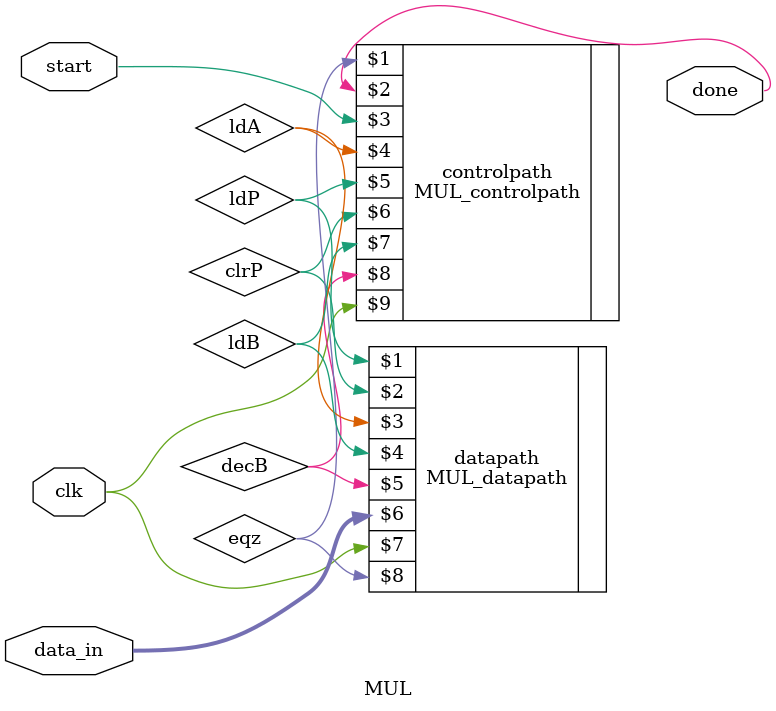
<source format=v>
`timescale 1ns / 1ps
module MUL(done,clk,start,data_in);
output done;
input clk,start;
input [15:0]data_in;

wire ldP,clrP,ldA,ldB,decB,eqz;

MUL_datapath datapath(ldP,clrP,ldA,ldB,decB,data_in,clk,eqz);
MUL_controlpath controlpath(eqz,done,start,ldA,ldP,clrP,ldB,decB,clk);

endmodule

</source>
